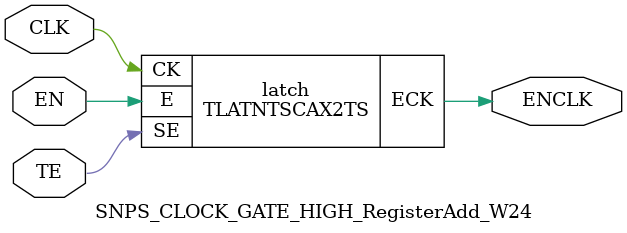
<source format=v>

module TLATNTSCAX2TS (E, SE, CK, ECK);
  input E, SE, CK;
  output ECK;

  assign ECK = E & SE & CK;
endmodule

module SNPS_CLOCK_GATE_HIGH_RegisterAdd_W24 ( CLK, EN, TE, ENCLK );
  input CLK, EN, TE;
  output ENCLK;

  TLATNTSCAX2TS latch ( .E(EN), .SE(TE), .CK(CLK), .ECK(ENCLK) );
  
endmodule

</source>
